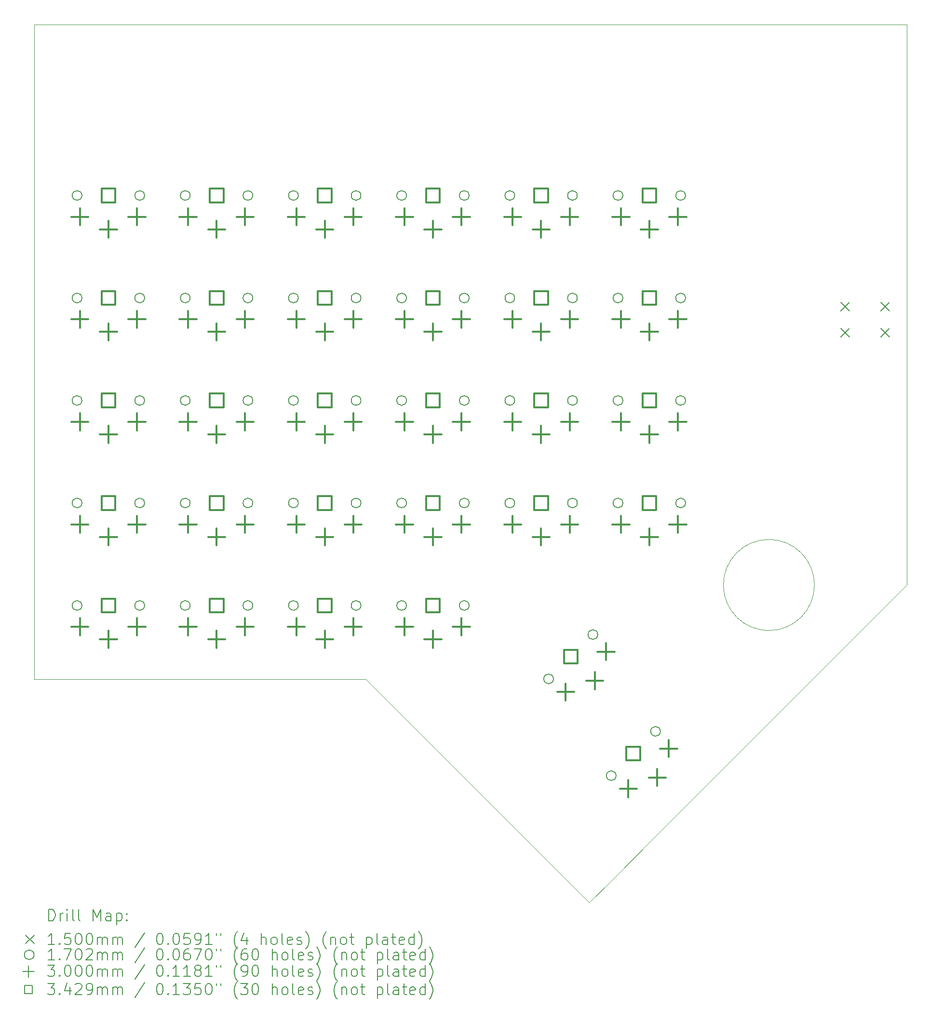
<source format=gbr>
%FSLAX45Y45*%
G04 Gerber Fmt 4.5, Leading zero omitted, Abs format (unit mm)*
G04 Created by KiCad (PCBNEW (6.0.2)) date 2022-04-13 18:46:09*
%MOMM*%
%LPD*%
G01*
G04 APERTURE LIST*
%TA.AperFunction,Profile*%
%ADD10C,0.100000*%
%TD*%
%ADD11C,0.200000*%
%ADD12C,0.150000*%
%ADD13C,0.170180*%
%ADD14C,0.300000*%
%ADD15C,0.342900*%
G04 APERTURE END LIST*
D10*
X17920000Y-8300000D02*
X17920000Y-2500000D01*
X17920000Y-8300000D02*
X17920000Y-12340000D01*
X13520000Y-16740000D02*
X12720000Y-17540000D01*
X12340000Y-17920000D02*
X8420000Y-14000000D01*
X3160000Y-14000000D02*
X2600000Y-14000000D01*
X12720000Y-17540000D02*
X12340000Y-17920000D01*
X3160000Y-14000000D02*
X8420000Y-14000000D01*
X16300000Y-12340000D02*
G75*
G03*
X16300000Y-12340000I-800000J0D01*
G01*
X13520000Y-16740000D02*
X17920000Y-12340000D01*
X2600000Y-2500000D02*
X2600000Y-14000000D01*
X2600000Y-2500000D02*
X17920000Y-2500000D01*
D11*
D12*
X16765000Y-7375000D02*
X16915000Y-7525000D01*
X16915000Y-7375000D02*
X16765000Y-7525000D01*
X16765000Y-7835000D02*
X16915000Y-7985000D01*
X16915000Y-7835000D02*
X16765000Y-7985000D01*
X17465000Y-7375000D02*
X17615000Y-7525000D01*
X17615000Y-7375000D02*
X17465000Y-7525000D01*
X17465000Y-7835000D02*
X17615000Y-7985000D01*
X17615000Y-7835000D02*
X17465000Y-7985000D01*
D13*
X3435090Y-5500000D02*
G75*
G03*
X3435090Y-5500000I-85090J0D01*
G01*
X3435090Y-7300000D02*
G75*
G03*
X3435090Y-7300000I-85090J0D01*
G01*
X3435090Y-9100000D02*
G75*
G03*
X3435090Y-9100000I-85090J0D01*
G01*
X3435090Y-10900000D02*
G75*
G03*
X3435090Y-10900000I-85090J0D01*
G01*
X3435090Y-12700000D02*
G75*
G03*
X3435090Y-12700000I-85090J0D01*
G01*
X4535090Y-5500000D02*
G75*
G03*
X4535090Y-5500000I-85090J0D01*
G01*
X4535090Y-7300000D02*
G75*
G03*
X4535090Y-7300000I-85090J0D01*
G01*
X4535090Y-9100000D02*
G75*
G03*
X4535090Y-9100000I-85090J0D01*
G01*
X4535090Y-10900000D02*
G75*
G03*
X4535090Y-10900000I-85090J0D01*
G01*
X4535090Y-12700000D02*
G75*
G03*
X4535090Y-12700000I-85090J0D01*
G01*
X5335090Y-5500000D02*
G75*
G03*
X5335090Y-5500000I-85090J0D01*
G01*
X5335090Y-7300000D02*
G75*
G03*
X5335090Y-7300000I-85090J0D01*
G01*
X5335090Y-9100000D02*
G75*
G03*
X5335090Y-9100000I-85090J0D01*
G01*
X5335090Y-10900000D02*
G75*
G03*
X5335090Y-10900000I-85090J0D01*
G01*
X5335090Y-12700000D02*
G75*
G03*
X5335090Y-12700000I-85090J0D01*
G01*
X6435090Y-5500000D02*
G75*
G03*
X6435090Y-5500000I-85090J0D01*
G01*
X6435090Y-7300000D02*
G75*
G03*
X6435090Y-7300000I-85090J0D01*
G01*
X6435090Y-9100000D02*
G75*
G03*
X6435090Y-9100000I-85090J0D01*
G01*
X6435090Y-10900000D02*
G75*
G03*
X6435090Y-10900000I-85090J0D01*
G01*
X6435090Y-12700000D02*
G75*
G03*
X6435090Y-12700000I-85090J0D01*
G01*
X7235090Y-5500000D02*
G75*
G03*
X7235090Y-5500000I-85090J0D01*
G01*
X7235090Y-7300000D02*
G75*
G03*
X7235090Y-7300000I-85090J0D01*
G01*
X7235090Y-9100000D02*
G75*
G03*
X7235090Y-9100000I-85090J0D01*
G01*
X7235090Y-10900000D02*
G75*
G03*
X7235090Y-10900000I-85090J0D01*
G01*
X7235090Y-12700000D02*
G75*
G03*
X7235090Y-12700000I-85090J0D01*
G01*
X8335090Y-5500000D02*
G75*
G03*
X8335090Y-5500000I-85090J0D01*
G01*
X8335090Y-7300000D02*
G75*
G03*
X8335090Y-7300000I-85090J0D01*
G01*
X8335090Y-9100000D02*
G75*
G03*
X8335090Y-9100000I-85090J0D01*
G01*
X8335090Y-10900000D02*
G75*
G03*
X8335090Y-10900000I-85090J0D01*
G01*
X8335090Y-12700000D02*
G75*
G03*
X8335090Y-12700000I-85090J0D01*
G01*
X9135090Y-5500000D02*
G75*
G03*
X9135090Y-5500000I-85090J0D01*
G01*
X9135090Y-7300000D02*
G75*
G03*
X9135090Y-7300000I-85090J0D01*
G01*
X9135090Y-9100000D02*
G75*
G03*
X9135090Y-9100000I-85090J0D01*
G01*
X9135090Y-10900000D02*
G75*
G03*
X9135090Y-10900000I-85090J0D01*
G01*
X9135090Y-12700000D02*
G75*
G03*
X9135090Y-12700000I-85090J0D01*
G01*
X10235090Y-5500000D02*
G75*
G03*
X10235090Y-5500000I-85090J0D01*
G01*
X10235090Y-7300000D02*
G75*
G03*
X10235090Y-7300000I-85090J0D01*
G01*
X10235090Y-9100000D02*
G75*
G03*
X10235090Y-9100000I-85090J0D01*
G01*
X10235090Y-10900000D02*
G75*
G03*
X10235090Y-10900000I-85090J0D01*
G01*
X10235090Y-12700000D02*
G75*
G03*
X10235090Y-12700000I-85090J0D01*
G01*
X11035090Y-5500000D02*
G75*
G03*
X11035090Y-5500000I-85090J0D01*
G01*
X11035090Y-7300000D02*
G75*
G03*
X11035090Y-7300000I-85090J0D01*
G01*
X11035090Y-9100000D02*
G75*
G03*
X11035090Y-9100000I-85090J0D01*
G01*
X11035090Y-10900000D02*
G75*
G03*
X11035090Y-10900000I-85090J0D01*
G01*
X11716181Y-13988909D02*
G75*
G03*
X11716181Y-13988909I-85090J0D01*
G01*
X12135090Y-5500000D02*
G75*
G03*
X12135090Y-5500000I-85090J0D01*
G01*
X12135090Y-7300000D02*
G75*
G03*
X12135090Y-7300000I-85090J0D01*
G01*
X12135090Y-9100000D02*
G75*
G03*
X12135090Y-9100000I-85090J0D01*
G01*
X12135090Y-10900000D02*
G75*
G03*
X12135090Y-10900000I-85090J0D01*
G01*
X12493999Y-13211091D02*
G75*
G03*
X12493999Y-13211091I-85090J0D01*
G01*
X12816181Y-15688909D02*
G75*
G03*
X12816181Y-15688909I-85090J0D01*
G01*
X12935090Y-5500000D02*
G75*
G03*
X12935090Y-5500000I-85090J0D01*
G01*
X12935090Y-7300000D02*
G75*
G03*
X12935090Y-7300000I-85090J0D01*
G01*
X12935090Y-9100000D02*
G75*
G03*
X12935090Y-9100000I-85090J0D01*
G01*
X12935090Y-10900000D02*
G75*
G03*
X12935090Y-10900000I-85090J0D01*
G01*
X13593999Y-14911091D02*
G75*
G03*
X13593999Y-14911091I-85090J0D01*
G01*
X14035090Y-5500000D02*
G75*
G03*
X14035090Y-5500000I-85090J0D01*
G01*
X14035090Y-7300000D02*
G75*
G03*
X14035090Y-7300000I-85090J0D01*
G01*
X14035090Y-9100000D02*
G75*
G03*
X14035090Y-9100000I-85090J0D01*
G01*
X14035090Y-10900000D02*
G75*
G03*
X14035090Y-10900000I-85090J0D01*
G01*
D14*
X3400000Y-5725000D02*
X3400000Y-6025000D01*
X3250000Y-5875000D02*
X3550000Y-5875000D01*
X3400000Y-7525000D02*
X3400000Y-7825000D01*
X3250000Y-7675000D02*
X3550000Y-7675000D01*
X3400000Y-9325000D02*
X3400000Y-9625000D01*
X3250000Y-9475000D02*
X3550000Y-9475000D01*
X3400000Y-11125000D02*
X3400000Y-11425000D01*
X3250000Y-11275000D02*
X3550000Y-11275000D01*
X3400000Y-12925000D02*
X3400000Y-13225000D01*
X3250000Y-13075000D02*
X3550000Y-13075000D01*
X3900000Y-5945000D02*
X3900000Y-6245000D01*
X3750000Y-6095000D02*
X4050000Y-6095000D01*
X3900000Y-7745000D02*
X3900000Y-8045000D01*
X3750000Y-7895000D02*
X4050000Y-7895000D01*
X3900000Y-9545000D02*
X3900000Y-9845000D01*
X3750000Y-9695000D02*
X4050000Y-9695000D01*
X3900000Y-11345000D02*
X3900000Y-11645000D01*
X3750000Y-11495000D02*
X4050000Y-11495000D01*
X3900000Y-13145000D02*
X3900000Y-13445000D01*
X3750000Y-13295000D02*
X4050000Y-13295000D01*
X4400000Y-5725000D02*
X4400000Y-6025000D01*
X4250000Y-5875000D02*
X4550000Y-5875000D01*
X4400000Y-7525000D02*
X4400000Y-7825000D01*
X4250000Y-7675000D02*
X4550000Y-7675000D01*
X4400000Y-9325000D02*
X4400000Y-9625000D01*
X4250000Y-9475000D02*
X4550000Y-9475000D01*
X4400000Y-11125000D02*
X4400000Y-11425000D01*
X4250000Y-11275000D02*
X4550000Y-11275000D01*
X4400000Y-12925000D02*
X4400000Y-13225000D01*
X4250000Y-13075000D02*
X4550000Y-13075000D01*
X5300000Y-5725000D02*
X5300000Y-6025000D01*
X5150000Y-5875000D02*
X5450000Y-5875000D01*
X5300000Y-7525000D02*
X5300000Y-7825000D01*
X5150000Y-7675000D02*
X5450000Y-7675000D01*
X5300000Y-9325000D02*
X5300000Y-9625000D01*
X5150000Y-9475000D02*
X5450000Y-9475000D01*
X5300000Y-11125000D02*
X5300000Y-11425000D01*
X5150000Y-11275000D02*
X5450000Y-11275000D01*
X5300000Y-12925000D02*
X5300000Y-13225000D01*
X5150000Y-13075000D02*
X5450000Y-13075000D01*
X5800000Y-5945000D02*
X5800000Y-6245000D01*
X5650000Y-6095000D02*
X5950000Y-6095000D01*
X5800000Y-7745000D02*
X5800000Y-8045000D01*
X5650000Y-7895000D02*
X5950000Y-7895000D01*
X5800000Y-9545000D02*
X5800000Y-9845000D01*
X5650000Y-9695000D02*
X5950000Y-9695000D01*
X5800000Y-11345000D02*
X5800000Y-11645000D01*
X5650000Y-11495000D02*
X5950000Y-11495000D01*
X5800000Y-13145000D02*
X5800000Y-13445000D01*
X5650000Y-13295000D02*
X5950000Y-13295000D01*
X6300000Y-5725000D02*
X6300000Y-6025000D01*
X6150000Y-5875000D02*
X6450000Y-5875000D01*
X6300000Y-7525000D02*
X6300000Y-7825000D01*
X6150000Y-7675000D02*
X6450000Y-7675000D01*
X6300000Y-9325000D02*
X6300000Y-9625000D01*
X6150000Y-9475000D02*
X6450000Y-9475000D01*
X6300000Y-11125000D02*
X6300000Y-11425000D01*
X6150000Y-11275000D02*
X6450000Y-11275000D01*
X6300000Y-12925000D02*
X6300000Y-13225000D01*
X6150000Y-13075000D02*
X6450000Y-13075000D01*
X7200000Y-5725000D02*
X7200000Y-6025000D01*
X7050000Y-5875000D02*
X7350000Y-5875000D01*
X7200000Y-7525000D02*
X7200000Y-7825000D01*
X7050000Y-7675000D02*
X7350000Y-7675000D01*
X7200000Y-9325000D02*
X7200000Y-9625000D01*
X7050000Y-9475000D02*
X7350000Y-9475000D01*
X7200000Y-11125000D02*
X7200000Y-11425000D01*
X7050000Y-11275000D02*
X7350000Y-11275000D01*
X7200000Y-12925000D02*
X7200000Y-13225000D01*
X7050000Y-13075000D02*
X7350000Y-13075000D01*
X7700000Y-5945000D02*
X7700000Y-6245000D01*
X7550000Y-6095000D02*
X7850000Y-6095000D01*
X7700000Y-7745000D02*
X7700000Y-8045000D01*
X7550000Y-7895000D02*
X7850000Y-7895000D01*
X7700000Y-9545000D02*
X7700000Y-9845000D01*
X7550000Y-9695000D02*
X7850000Y-9695000D01*
X7700000Y-11345000D02*
X7700000Y-11645000D01*
X7550000Y-11495000D02*
X7850000Y-11495000D01*
X7700000Y-13145000D02*
X7700000Y-13445000D01*
X7550000Y-13295000D02*
X7850000Y-13295000D01*
X8200000Y-5725000D02*
X8200000Y-6025000D01*
X8050000Y-5875000D02*
X8350000Y-5875000D01*
X8200000Y-7525000D02*
X8200000Y-7825000D01*
X8050000Y-7675000D02*
X8350000Y-7675000D01*
X8200000Y-9325000D02*
X8200000Y-9625000D01*
X8050000Y-9475000D02*
X8350000Y-9475000D01*
X8200000Y-11125000D02*
X8200000Y-11425000D01*
X8050000Y-11275000D02*
X8350000Y-11275000D01*
X8200000Y-12925000D02*
X8200000Y-13225000D01*
X8050000Y-13075000D02*
X8350000Y-13075000D01*
X9100000Y-5725000D02*
X9100000Y-6025000D01*
X8950000Y-5875000D02*
X9250000Y-5875000D01*
X9100000Y-7525000D02*
X9100000Y-7825000D01*
X8950000Y-7675000D02*
X9250000Y-7675000D01*
X9100000Y-9325000D02*
X9100000Y-9625000D01*
X8950000Y-9475000D02*
X9250000Y-9475000D01*
X9100000Y-11125000D02*
X9100000Y-11425000D01*
X8950000Y-11275000D02*
X9250000Y-11275000D01*
X9100000Y-12925000D02*
X9100000Y-13225000D01*
X8950000Y-13075000D02*
X9250000Y-13075000D01*
X9600000Y-5945000D02*
X9600000Y-6245000D01*
X9450000Y-6095000D02*
X9750000Y-6095000D01*
X9600000Y-7745000D02*
X9600000Y-8045000D01*
X9450000Y-7895000D02*
X9750000Y-7895000D01*
X9600000Y-9545000D02*
X9600000Y-9845000D01*
X9450000Y-9695000D02*
X9750000Y-9695000D01*
X9600000Y-11345000D02*
X9600000Y-11645000D01*
X9450000Y-11495000D02*
X9750000Y-11495000D01*
X9600000Y-13145000D02*
X9600000Y-13445000D01*
X9450000Y-13295000D02*
X9750000Y-13295000D01*
X10100000Y-5725000D02*
X10100000Y-6025000D01*
X9950000Y-5875000D02*
X10250000Y-5875000D01*
X10100000Y-7525000D02*
X10100000Y-7825000D01*
X9950000Y-7675000D02*
X10250000Y-7675000D01*
X10100000Y-9325000D02*
X10100000Y-9625000D01*
X9950000Y-9475000D02*
X10250000Y-9475000D01*
X10100000Y-11125000D02*
X10100000Y-11425000D01*
X9950000Y-11275000D02*
X10250000Y-11275000D01*
X10100000Y-12925000D02*
X10100000Y-13225000D01*
X9950000Y-13075000D02*
X10250000Y-13075000D01*
X11000000Y-5725000D02*
X11000000Y-6025000D01*
X10850000Y-5875000D02*
X11150000Y-5875000D01*
X11000000Y-7525000D02*
X11000000Y-7825000D01*
X10850000Y-7675000D02*
X11150000Y-7675000D01*
X11000000Y-9325000D02*
X11000000Y-9625000D01*
X10850000Y-9475000D02*
X11150000Y-9475000D01*
X11000000Y-11125000D02*
X11000000Y-11425000D01*
X10850000Y-11275000D02*
X11150000Y-11275000D01*
X11500000Y-5945000D02*
X11500000Y-6245000D01*
X11350000Y-6095000D02*
X11650000Y-6095000D01*
X11500000Y-7745000D02*
X11500000Y-8045000D01*
X11350000Y-7895000D02*
X11650000Y-7895000D01*
X11500000Y-9545000D02*
X11500000Y-9845000D01*
X11350000Y-9695000D02*
X11650000Y-9695000D01*
X11500000Y-11345000D02*
X11500000Y-11645000D01*
X11350000Y-11495000D02*
X11650000Y-11495000D01*
X11931612Y-14068718D02*
X11931612Y-14368718D01*
X11781612Y-14218718D02*
X12081612Y-14218718D01*
X12000000Y-5725000D02*
X12000000Y-6025000D01*
X11850000Y-5875000D02*
X12150000Y-5875000D01*
X12000000Y-7525000D02*
X12000000Y-7825000D01*
X11850000Y-7675000D02*
X12150000Y-7675000D01*
X12000000Y-9325000D02*
X12000000Y-9625000D01*
X11850000Y-9475000D02*
X12150000Y-9475000D01*
X12000000Y-11125000D02*
X12000000Y-11425000D01*
X11850000Y-11275000D02*
X12150000Y-11275000D01*
X12440728Y-13870728D02*
X12440728Y-14170728D01*
X12290728Y-14020728D02*
X12590728Y-14020728D01*
X12638718Y-13361612D02*
X12638718Y-13661612D01*
X12488718Y-13511612D02*
X12788718Y-13511612D01*
X12900000Y-5725000D02*
X12900000Y-6025000D01*
X12750000Y-5875000D02*
X13050000Y-5875000D01*
X12900000Y-7525000D02*
X12900000Y-7825000D01*
X12750000Y-7675000D02*
X13050000Y-7675000D01*
X12900000Y-9325000D02*
X12900000Y-9625000D01*
X12750000Y-9475000D02*
X13050000Y-9475000D01*
X12900000Y-11125000D02*
X12900000Y-11425000D01*
X12750000Y-11275000D02*
X13050000Y-11275000D01*
X13031612Y-15768718D02*
X13031612Y-16068718D01*
X12881612Y-15918718D02*
X13181612Y-15918718D01*
X13400000Y-5945000D02*
X13400000Y-6245000D01*
X13250000Y-6095000D02*
X13550000Y-6095000D01*
X13400000Y-7745000D02*
X13400000Y-8045000D01*
X13250000Y-7895000D02*
X13550000Y-7895000D01*
X13400000Y-9545000D02*
X13400000Y-9845000D01*
X13250000Y-9695000D02*
X13550000Y-9695000D01*
X13400000Y-11345000D02*
X13400000Y-11645000D01*
X13250000Y-11495000D02*
X13550000Y-11495000D01*
X13540728Y-15570728D02*
X13540728Y-15870728D01*
X13390728Y-15720728D02*
X13690728Y-15720728D01*
X13738718Y-15061612D02*
X13738718Y-15361612D01*
X13588718Y-15211612D02*
X13888718Y-15211612D01*
X13900000Y-5725000D02*
X13900000Y-6025000D01*
X13750000Y-5875000D02*
X14050000Y-5875000D01*
X13900000Y-7525000D02*
X13900000Y-7825000D01*
X13750000Y-7675000D02*
X14050000Y-7675000D01*
X13900000Y-9325000D02*
X13900000Y-9625000D01*
X13750000Y-9475000D02*
X14050000Y-9475000D01*
X13900000Y-11125000D02*
X13900000Y-11425000D01*
X13750000Y-11275000D02*
X14050000Y-11275000D01*
D15*
X4021235Y-5621235D02*
X4021235Y-5378765D01*
X3778765Y-5378765D01*
X3778765Y-5621235D01*
X4021235Y-5621235D01*
X4021235Y-7421235D02*
X4021235Y-7178765D01*
X3778765Y-7178765D01*
X3778765Y-7421235D01*
X4021235Y-7421235D01*
X4021235Y-9221235D02*
X4021235Y-8978765D01*
X3778765Y-8978765D01*
X3778765Y-9221235D01*
X4021235Y-9221235D01*
X4021235Y-11021235D02*
X4021235Y-10778765D01*
X3778765Y-10778765D01*
X3778765Y-11021235D01*
X4021235Y-11021235D01*
X4021235Y-12821235D02*
X4021235Y-12578765D01*
X3778765Y-12578765D01*
X3778765Y-12821235D01*
X4021235Y-12821235D01*
X5921235Y-5621235D02*
X5921235Y-5378765D01*
X5678765Y-5378765D01*
X5678765Y-5621235D01*
X5921235Y-5621235D01*
X5921235Y-7421235D02*
X5921235Y-7178765D01*
X5678765Y-7178765D01*
X5678765Y-7421235D01*
X5921235Y-7421235D01*
X5921235Y-9221235D02*
X5921235Y-8978765D01*
X5678765Y-8978765D01*
X5678765Y-9221235D01*
X5921235Y-9221235D01*
X5921235Y-11021235D02*
X5921235Y-10778765D01*
X5678765Y-10778765D01*
X5678765Y-11021235D01*
X5921235Y-11021235D01*
X5921235Y-12821235D02*
X5921235Y-12578765D01*
X5678765Y-12578765D01*
X5678765Y-12821235D01*
X5921235Y-12821235D01*
X7821235Y-5621235D02*
X7821235Y-5378765D01*
X7578765Y-5378765D01*
X7578765Y-5621235D01*
X7821235Y-5621235D01*
X7821235Y-7421235D02*
X7821235Y-7178765D01*
X7578765Y-7178765D01*
X7578765Y-7421235D01*
X7821235Y-7421235D01*
X7821235Y-9221235D02*
X7821235Y-8978765D01*
X7578765Y-8978765D01*
X7578765Y-9221235D01*
X7821235Y-9221235D01*
X7821235Y-11021235D02*
X7821235Y-10778765D01*
X7578765Y-10778765D01*
X7578765Y-11021235D01*
X7821235Y-11021235D01*
X7821235Y-12821235D02*
X7821235Y-12578765D01*
X7578765Y-12578765D01*
X7578765Y-12821235D01*
X7821235Y-12821235D01*
X9721235Y-5621235D02*
X9721235Y-5378765D01*
X9478765Y-5378765D01*
X9478765Y-5621235D01*
X9721235Y-5621235D01*
X9721235Y-7421235D02*
X9721235Y-7178765D01*
X9478765Y-7178765D01*
X9478765Y-7421235D01*
X9721235Y-7421235D01*
X9721235Y-9221235D02*
X9721235Y-8978765D01*
X9478765Y-8978765D01*
X9478765Y-9221235D01*
X9721235Y-9221235D01*
X9721235Y-11021235D02*
X9721235Y-10778765D01*
X9478765Y-10778765D01*
X9478765Y-11021235D01*
X9721235Y-11021235D01*
X9721235Y-12821235D02*
X9721235Y-12578765D01*
X9478765Y-12578765D01*
X9478765Y-12821235D01*
X9721235Y-12821235D01*
X11621235Y-5621235D02*
X11621235Y-5378765D01*
X11378765Y-5378765D01*
X11378765Y-5621235D01*
X11621235Y-5621235D01*
X11621235Y-7421235D02*
X11621235Y-7178765D01*
X11378765Y-7178765D01*
X11378765Y-7421235D01*
X11621235Y-7421235D01*
X11621235Y-9221235D02*
X11621235Y-8978765D01*
X11378765Y-8978765D01*
X11378765Y-9221235D01*
X11621235Y-9221235D01*
X11621235Y-11021235D02*
X11621235Y-10778765D01*
X11378765Y-10778765D01*
X11378765Y-11021235D01*
X11621235Y-11021235D01*
X12141235Y-13721235D02*
X12141235Y-13478765D01*
X11898765Y-13478765D01*
X11898765Y-13721235D01*
X12141235Y-13721235D01*
X13241235Y-15421235D02*
X13241235Y-15178765D01*
X12998765Y-15178765D01*
X12998765Y-15421235D01*
X13241235Y-15421235D01*
X13521235Y-5621235D02*
X13521235Y-5378765D01*
X13278765Y-5378765D01*
X13278765Y-5621235D01*
X13521235Y-5621235D01*
X13521235Y-7421235D02*
X13521235Y-7178765D01*
X13278765Y-7178765D01*
X13278765Y-7421235D01*
X13521235Y-7421235D01*
X13521235Y-9221235D02*
X13521235Y-8978765D01*
X13278765Y-8978765D01*
X13278765Y-9221235D01*
X13521235Y-9221235D01*
X13521235Y-11021235D02*
X13521235Y-10778765D01*
X13278765Y-10778765D01*
X13278765Y-11021235D01*
X13521235Y-11021235D01*
D11*
X2852619Y-18235476D02*
X2852619Y-18035476D01*
X2900238Y-18035476D01*
X2928809Y-18045000D01*
X2947857Y-18064048D01*
X2957381Y-18083095D01*
X2966905Y-18121190D01*
X2966905Y-18149762D01*
X2957381Y-18187857D01*
X2947857Y-18206905D01*
X2928809Y-18225952D01*
X2900238Y-18235476D01*
X2852619Y-18235476D01*
X3052619Y-18235476D02*
X3052619Y-18102143D01*
X3052619Y-18140238D02*
X3062143Y-18121190D01*
X3071667Y-18111667D01*
X3090714Y-18102143D01*
X3109762Y-18102143D01*
X3176428Y-18235476D02*
X3176428Y-18102143D01*
X3176428Y-18035476D02*
X3166905Y-18045000D01*
X3176428Y-18054524D01*
X3185952Y-18045000D01*
X3176428Y-18035476D01*
X3176428Y-18054524D01*
X3300238Y-18235476D02*
X3281190Y-18225952D01*
X3271667Y-18206905D01*
X3271667Y-18035476D01*
X3405000Y-18235476D02*
X3385952Y-18225952D01*
X3376428Y-18206905D01*
X3376428Y-18035476D01*
X3633571Y-18235476D02*
X3633571Y-18035476D01*
X3700238Y-18178333D01*
X3766905Y-18035476D01*
X3766905Y-18235476D01*
X3947857Y-18235476D02*
X3947857Y-18130714D01*
X3938333Y-18111667D01*
X3919286Y-18102143D01*
X3881190Y-18102143D01*
X3862143Y-18111667D01*
X3947857Y-18225952D02*
X3928809Y-18235476D01*
X3881190Y-18235476D01*
X3862143Y-18225952D01*
X3852619Y-18206905D01*
X3852619Y-18187857D01*
X3862143Y-18168810D01*
X3881190Y-18159286D01*
X3928809Y-18159286D01*
X3947857Y-18149762D01*
X4043095Y-18102143D02*
X4043095Y-18302143D01*
X4043095Y-18111667D02*
X4062143Y-18102143D01*
X4100238Y-18102143D01*
X4119286Y-18111667D01*
X4128809Y-18121190D01*
X4138333Y-18140238D01*
X4138333Y-18197381D01*
X4128809Y-18216429D01*
X4119286Y-18225952D01*
X4100238Y-18235476D01*
X4062143Y-18235476D01*
X4043095Y-18225952D01*
X4224048Y-18216429D02*
X4233571Y-18225952D01*
X4224048Y-18235476D01*
X4214524Y-18225952D01*
X4224048Y-18216429D01*
X4224048Y-18235476D01*
X4224048Y-18111667D02*
X4233571Y-18121190D01*
X4224048Y-18130714D01*
X4214524Y-18121190D01*
X4224048Y-18111667D01*
X4224048Y-18130714D01*
D12*
X2445000Y-18490000D02*
X2595000Y-18640000D01*
X2595000Y-18490000D02*
X2445000Y-18640000D01*
D11*
X2957381Y-18655476D02*
X2843095Y-18655476D01*
X2900238Y-18655476D02*
X2900238Y-18455476D01*
X2881190Y-18484048D01*
X2862143Y-18503095D01*
X2843095Y-18512619D01*
X3043095Y-18636429D02*
X3052619Y-18645952D01*
X3043095Y-18655476D01*
X3033571Y-18645952D01*
X3043095Y-18636429D01*
X3043095Y-18655476D01*
X3233571Y-18455476D02*
X3138333Y-18455476D01*
X3128809Y-18550714D01*
X3138333Y-18541190D01*
X3157381Y-18531667D01*
X3205000Y-18531667D01*
X3224048Y-18541190D01*
X3233571Y-18550714D01*
X3243095Y-18569762D01*
X3243095Y-18617381D01*
X3233571Y-18636429D01*
X3224048Y-18645952D01*
X3205000Y-18655476D01*
X3157381Y-18655476D01*
X3138333Y-18645952D01*
X3128809Y-18636429D01*
X3366905Y-18455476D02*
X3385952Y-18455476D01*
X3405000Y-18465000D01*
X3414524Y-18474524D01*
X3424048Y-18493571D01*
X3433571Y-18531667D01*
X3433571Y-18579286D01*
X3424048Y-18617381D01*
X3414524Y-18636429D01*
X3405000Y-18645952D01*
X3385952Y-18655476D01*
X3366905Y-18655476D01*
X3347857Y-18645952D01*
X3338333Y-18636429D01*
X3328809Y-18617381D01*
X3319286Y-18579286D01*
X3319286Y-18531667D01*
X3328809Y-18493571D01*
X3338333Y-18474524D01*
X3347857Y-18465000D01*
X3366905Y-18455476D01*
X3557381Y-18455476D02*
X3576428Y-18455476D01*
X3595476Y-18465000D01*
X3605000Y-18474524D01*
X3614524Y-18493571D01*
X3624048Y-18531667D01*
X3624048Y-18579286D01*
X3614524Y-18617381D01*
X3605000Y-18636429D01*
X3595476Y-18645952D01*
X3576428Y-18655476D01*
X3557381Y-18655476D01*
X3538333Y-18645952D01*
X3528809Y-18636429D01*
X3519286Y-18617381D01*
X3509762Y-18579286D01*
X3509762Y-18531667D01*
X3519286Y-18493571D01*
X3528809Y-18474524D01*
X3538333Y-18465000D01*
X3557381Y-18455476D01*
X3709762Y-18655476D02*
X3709762Y-18522143D01*
X3709762Y-18541190D02*
X3719286Y-18531667D01*
X3738333Y-18522143D01*
X3766905Y-18522143D01*
X3785952Y-18531667D01*
X3795476Y-18550714D01*
X3795476Y-18655476D01*
X3795476Y-18550714D02*
X3805000Y-18531667D01*
X3824048Y-18522143D01*
X3852619Y-18522143D01*
X3871667Y-18531667D01*
X3881190Y-18550714D01*
X3881190Y-18655476D01*
X3976428Y-18655476D02*
X3976428Y-18522143D01*
X3976428Y-18541190D02*
X3985952Y-18531667D01*
X4005000Y-18522143D01*
X4033571Y-18522143D01*
X4052619Y-18531667D01*
X4062143Y-18550714D01*
X4062143Y-18655476D01*
X4062143Y-18550714D02*
X4071667Y-18531667D01*
X4090714Y-18522143D01*
X4119286Y-18522143D01*
X4138333Y-18531667D01*
X4147857Y-18550714D01*
X4147857Y-18655476D01*
X4538333Y-18445952D02*
X4366905Y-18703095D01*
X4795476Y-18455476D02*
X4814524Y-18455476D01*
X4833571Y-18465000D01*
X4843095Y-18474524D01*
X4852619Y-18493571D01*
X4862143Y-18531667D01*
X4862143Y-18579286D01*
X4852619Y-18617381D01*
X4843095Y-18636429D01*
X4833571Y-18645952D01*
X4814524Y-18655476D01*
X4795476Y-18655476D01*
X4776429Y-18645952D01*
X4766905Y-18636429D01*
X4757381Y-18617381D01*
X4747857Y-18579286D01*
X4747857Y-18531667D01*
X4757381Y-18493571D01*
X4766905Y-18474524D01*
X4776429Y-18465000D01*
X4795476Y-18455476D01*
X4947857Y-18636429D02*
X4957381Y-18645952D01*
X4947857Y-18655476D01*
X4938333Y-18645952D01*
X4947857Y-18636429D01*
X4947857Y-18655476D01*
X5081190Y-18455476D02*
X5100238Y-18455476D01*
X5119286Y-18465000D01*
X5128810Y-18474524D01*
X5138333Y-18493571D01*
X5147857Y-18531667D01*
X5147857Y-18579286D01*
X5138333Y-18617381D01*
X5128810Y-18636429D01*
X5119286Y-18645952D01*
X5100238Y-18655476D01*
X5081190Y-18655476D01*
X5062143Y-18645952D01*
X5052619Y-18636429D01*
X5043095Y-18617381D01*
X5033571Y-18579286D01*
X5033571Y-18531667D01*
X5043095Y-18493571D01*
X5052619Y-18474524D01*
X5062143Y-18465000D01*
X5081190Y-18455476D01*
X5328810Y-18455476D02*
X5233571Y-18455476D01*
X5224048Y-18550714D01*
X5233571Y-18541190D01*
X5252619Y-18531667D01*
X5300238Y-18531667D01*
X5319286Y-18541190D01*
X5328810Y-18550714D01*
X5338333Y-18569762D01*
X5338333Y-18617381D01*
X5328810Y-18636429D01*
X5319286Y-18645952D01*
X5300238Y-18655476D01*
X5252619Y-18655476D01*
X5233571Y-18645952D01*
X5224048Y-18636429D01*
X5433571Y-18655476D02*
X5471667Y-18655476D01*
X5490714Y-18645952D01*
X5500238Y-18636429D01*
X5519286Y-18607857D01*
X5528810Y-18569762D01*
X5528810Y-18493571D01*
X5519286Y-18474524D01*
X5509762Y-18465000D01*
X5490714Y-18455476D01*
X5452619Y-18455476D01*
X5433571Y-18465000D01*
X5424048Y-18474524D01*
X5414524Y-18493571D01*
X5414524Y-18541190D01*
X5424048Y-18560238D01*
X5433571Y-18569762D01*
X5452619Y-18579286D01*
X5490714Y-18579286D01*
X5509762Y-18569762D01*
X5519286Y-18560238D01*
X5528810Y-18541190D01*
X5719286Y-18655476D02*
X5605000Y-18655476D01*
X5662143Y-18655476D02*
X5662143Y-18455476D01*
X5643095Y-18484048D01*
X5624048Y-18503095D01*
X5605000Y-18512619D01*
X5795476Y-18455476D02*
X5795476Y-18493571D01*
X5871667Y-18455476D02*
X5871667Y-18493571D01*
X6166905Y-18731667D02*
X6157381Y-18722143D01*
X6138333Y-18693571D01*
X6128809Y-18674524D01*
X6119286Y-18645952D01*
X6109762Y-18598333D01*
X6109762Y-18560238D01*
X6119286Y-18512619D01*
X6128809Y-18484048D01*
X6138333Y-18465000D01*
X6157381Y-18436429D01*
X6166905Y-18426905D01*
X6328809Y-18522143D02*
X6328809Y-18655476D01*
X6281190Y-18445952D02*
X6233571Y-18588810D01*
X6357381Y-18588810D01*
X6585952Y-18655476D02*
X6585952Y-18455476D01*
X6671667Y-18655476D02*
X6671667Y-18550714D01*
X6662143Y-18531667D01*
X6643095Y-18522143D01*
X6614524Y-18522143D01*
X6595476Y-18531667D01*
X6585952Y-18541190D01*
X6795476Y-18655476D02*
X6776428Y-18645952D01*
X6766905Y-18636429D01*
X6757381Y-18617381D01*
X6757381Y-18560238D01*
X6766905Y-18541190D01*
X6776428Y-18531667D01*
X6795476Y-18522143D01*
X6824048Y-18522143D01*
X6843095Y-18531667D01*
X6852619Y-18541190D01*
X6862143Y-18560238D01*
X6862143Y-18617381D01*
X6852619Y-18636429D01*
X6843095Y-18645952D01*
X6824048Y-18655476D01*
X6795476Y-18655476D01*
X6976428Y-18655476D02*
X6957381Y-18645952D01*
X6947857Y-18626905D01*
X6947857Y-18455476D01*
X7128809Y-18645952D02*
X7109762Y-18655476D01*
X7071667Y-18655476D01*
X7052619Y-18645952D01*
X7043095Y-18626905D01*
X7043095Y-18550714D01*
X7052619Y-18531667D01*
X7071667Y-18522143D01*
X7109762Y-18522143D01*
X7128809Y-18531667D01*
X7138333Y-18550714D01*
X7138333Y-18569762D01*
X7043095Y-18588810D01*
X7214524Y-18645952D02*
X7233571Y-18655476D01*
X7271667Y-18655476D01*
X7290714Y-18645952D01*
X7300238Y-18626905D01*
X7300238Y-18617381D01*
X7290714Y-18598333D01*
X7271667Y-18588810D01*
X7243095Y-18588810D01*
X7224048Y-18579286D01*
X7214524Y-18560238D01*
X7214524Y-18550714D01*
X7224048Y-18531667D01*
X7243095Y-18522143D01*
X7271667Y-18522143D01*
X7290714Y-18531667D01*
X7366905Y-18731667D02*
X7376428Y-18722143D01*
X7395476Y-18693571D01*
X7405000Y-18674524D01*
X7414524Y-18645952D01*
X7424048Y-18598333D01*
X7424048Y-18560238D01*
X7414524Y-18512619D01*
X7405000Y-18484048D01*
X7395476Y-18465000D01*
X7376428Y-18436429D01*
X7366905Y-18426905D01*
X7728809Y-18731667D02*
X7719286Y-18722143D01*
X7700238Y-18693571D01*
X7690714Y-18674524D01*
X7681190Y-18645952D01*
X7671667Y-18598333D01*
X7671667Y-18560238D01*
X7681190Y-18512619D01*
X7690714Y-18484048D01*
X7700238Y-18465000D01*
X7719286Y-18436429D01*
X7728809Y-18426905D01*
X7805000Y-18522143D02*
X7805000Y-18655476D01*
X7805000Y-18541190D02*
X7814524Y-18531667D01*
X7833571Y-18522143D01*
X7862143Y-18522143D01*
X7881190Y-18531667D01*
X7890714Y-18550714D01*
X7890714Y-18655476D01*
X8014524Y-18655476D02*
X7995476Y-18645952D01*
X7985952Y-18636429D01*
X7976428Y-18617381D01*
X7976428Y-18560238D01*
X7985952Y-18541190D01*
X7995476Y-18531667D01*
X8014524Y-18522143D01*
X8043095Y-18522143D01*
X8062143Y-18531667D01*
X8071667Y-18541190D01*
X8081190Y-18560238D01*
X8081190Y-18617381D01*
X8071667Y-18636429D01*
X8062143Y-18645952D01*
X8043095Y-18655476D01*
X8014524Y-18655476D01*
X8138333Y-18522143D02*
X8214524Y-18522143D01*
X8166905Y-18455476D02*
X8166905Y-18626905D01*
X8176428Y-18645952D01*
X8195476Y-18655476D01*
X8214524Y-18655476D01*
X8433571Y-18522143D02*
X8433571Y-18722143D01*
X8433571Y-18531667D02*
X8452619Y-18522143D01*
X8490714Y-18522143D01*
X8509762Y-18531667D01*
X8519286Y-18541190D01*
X8528810Y-18560238D01*
X8528810Y-18617381D01*
X8519286Y-18636429D01*
X8509762Y-18645952D01*
X8490714Y-18655476D01*
X8452619Y-18655476D01*
X8433571Y-18645952D01*
X8643095Y-18655476D02*
X8624048Y-18645952D01*
X8614524Y-18626905D01*
X8614524Y-18455476D01*
X8805000Y-18655476D02*
X8805000Y-18550714D01*
X8795476Y-18531667D01*
X8776429Y-18522143D01*
X8738333Y-18522143D01*
X8719286Y-18531667D01*
X8805000Y-18645952D02*
X8785952Y-18655476D01*
X8738333Y-18655476D01*
X8719286Y-18645952D01*
X8709762Y-18626905D01*
X8709762Y-18607857D01*
X8719286Y-18588810D01*
X8738333Y-18579286D01*
X8785952Y-18579286D01*
X8805000Y-18569762D01*
X8871667Y-18522143D02*
X8947857Y-18522143D01*
X8900238Y-18455476D02*
X8900238Y-18626905D01*
X8909762Y-18645952D01*
X8928810Y-18655476D01*
X8947857Y-18655476D01*
X9090714Y-18645952D02*
X9071667Y-18655476D01*
X9033571Y-18655476D01*
X9014524Y-18645952D01*
X9005000Y-18626905D01*
X9005000Y-18550714D01*
X9014524Y-18531667D01*
X9033571Y-18522143D01*
X9071667Y-18522143D01*
X9090714Y-18531667D01*
X9100238Y-18550714D01*
X9100238Y-18569762D01*
X9005000Y-18588810D01*
X9271667Y-18655476D02*
X9271667Y-18455476D01*
X9271667Y-18645952D02*
X9252619Y-18655476D01*
X9214524Y-18655476D01*
X9195476Y-18645952D01*
X9185952Y-18636429D01*
X9176429Y-18617381D01*
X9176429Y-18560238D01*
X9185952Y-18541190D01*
X9195476Y-18531667D01*
X9214524Y-18522143D01*
X9252619Y-18522143D01*
X9271667Y-18531667D01*
X9347857Y-18731667D02*
X9357381Y-18722143D01*
X9376429Y-18693571D01*
X9385952Y-18674524D01*
X9395476Y-18645952D01*
X9405000Y-18598333D01*
X9405000Y-18560238D01*
X9395476Y-18512619D01*
X9385952Y-18484048D01*
X9376429Y-18465000D01*
X9357381Y-18436429D01*
X9347857Y-18426905D01*
D13*
X2595000Y-18835000D02*
G75*
G03*
X2595000Y-18835000I-85090J0D01*
G01*
D11*
X2957381Y-18925476D02*
X2843095Y-18925476D01*
X2900238Y-18925476D02*
X2900238Y-18725476D01*
X2881190Y-18754048D01*
X2862143Y-18773095D01*
X2843095Y-18782619D01*
X3043095Y-18906429D02*
X3052619Y-18915952D01*
X3043095Y-18925476D01*
X3033571Y-18915952D01*
X3043095Y-18906429D01*
X3043095Y-18925476D01*
X3119286Y-18725476D02*
X3252619Y-18725476D01*
X3166905Y-18925476D01*
X3366905Y-18725476D02*
X3385952Y-18725476D01*
X3405000Y-18735000D01*
X3414524Y-18744524D01*
X3424048Y-18763571D01*
X3433571Y-18801667D01*
X3433571Y-18849286D01*
X3424048Y-18887381D01*
X3414524Y-18906429D01*
X3405000Y-18915952D01*
X3385952Y-18925476D01*
X3366905Y-18925476D01*
X3347857Y-18915952D01*
X3338333Y-18906429D01*
X3328809Y-18887381D01*
X3319286Y-18849286D01*
X3319286Y-18801667D01*
X3328809Y-18763571D01*
X3338333Y-18744524D01*
X3347857Y-18735000D01*
X3366905Y-18725476D01*
X3509762Y-18744524D02*
X3519286Y-18735000D01*
X3538333Y-18725476D01*
X3585952Y-18725476D01*
X3605000Y-18735000D01*
X3614524Y-18744524D01*
X3624048Y-18763571D01*
X3624048Y-18782619D01*
X3614524Y-18811190D01*
X3500238Y-18925476D01*
X3624048Y-18925476D01*
X3709762Y-18925476D02*
X3709762Y-18792143D01*
X3709762Y-18811190D02*
X3719286Y-18801667D01*
X3738333Y-18792143D01*
X3766905Y-18792143D01*
X3785952Y-18801667D01*
X3795476Y-18820714D01*
X3795476Y-18925476D01*
X3795476Y-18820714D02*
X3805000Y-18801667D01*
X3824048Y-18792143D01*
X3852619Y-18792143D01*
X3871667Y-18801667D01*
X3881190Y-18820714D01*
X3881190Y-18925476D01*
X3976428Y-18925476D02*
X3976428Y-18792143D01*
X3976428Y-18811190D02*
X3985952Y-18801667D01*
X4005000Y-18792143D01*
X4033571Y-18792143D01*
X4052619Y-18801667D01*
X4062143Y-18820714D01*
X4062143Y-18925476D01*
X4062143Y-18820714D02*
X4071667Y-18801667D01*
X4090714Y-18792143D01*
X4119286Y-18792143D01*
X4138333Y-18801667D01*
X4147857Y-18820714D01*
X4147857Y-18925476D01*
X4538333Y-18715952D02*
X4366905Y-18973095D01*
X4795476Y-18725476D02*
X4814524Y-18725476D01*
X4833571Y-18735000D01*
X4843095Y-18744524D01*
X4852619Y-18763571D01*
X4862143Y-18801667D01*
X4862143Y-18849286D01*
X4852619Y-18887381D01*
X4843095Y-18906429D01*
X4833571Y-18915952D01*
X4814524Y-18925476D01*
X4795476Y-18925476D01*
X4776429Y-18915952D01*
X4766905Y-18906429D01*
X4757381Y-18887381D01*
X4747857Y-18849286D01*
X4747857Y-18801667D01*
X4757381Y-18763571D01*
X4766905Y-18744524D01*
X4776429Y-18735000D01*
X4795476Y-18725476D01*
X4947857Y-18906429D02*
X4957381Y-18915952D01*
X4947857Y-18925476D01*
X4938333Y-18915952D01*
X4947857Y-18906429D01*
X4947857Y-18925476D01*
X5081190Y-18725476D02*
X5100238Y-18725476D01*
X5119286Y-18735000D01*
X5128810Y-18744524D01*
X5138333Y-18763571D01*
X5147857Y-18801667D01*
X5147857Y-18849286D01*
X5138333Y-18887381D01*
X5128810Y-18906429D01*
X5119286Y-18915952D01*
X5100238Y-18925476D01*
X5081190Y-18925476D01*
X5062143Y-18915952D01*
X5052619Y-18906429D01*
X5043095Y-18887381D01*
X5033571Y-18849286D01*
X5033571Y-18801667D01*
X5043095Y-18763571D01*
X5052619Y-18744524D01*
X5062143Y-18735000D01*
X5081190Y-18725476D01*
X5319286Y-18725476D02*
X5281190Y-18725476D01*
X5262143Y-18735000D01*
X5252619Y-18744524D01*
X5233571Y-18773095D01*
X5224048Y-18811190D01*
X5224048Y-18887381D01*
X5233571Y-18906429D01*
X5243095Y-18915952D01*
X5262143Y-18925476D01*
X5300238Y-18925476D01*
X5319286Y-18915952D01*
X5328810Y-18906429D01*
X5338333Y-18887381D01*
X5338333Y-18839762D01*
X5328810Y-18820714D01*
X5319286Y-18811190D01*
X5300238Y-18801667D01*
X5262143Y-18801667D01*
X5243095Y-18811190D01*
X5233571Y-18820714D01*
X5224048Y-18839762D01*
X5405000Y-18725476D02*
X5538333Y-18725476D01*
X5452619Y-18925476D01*
X5652619Y-18725476D02*
X5671667Y-18725476D01*
X5690714Y-18735000D01*
X5700238Y-18744524D01*
X5709762Y-18763571D01*
X5719286Y-18801667D01*
X5719286Y-18849286D01*
X5709762Y-18887381D01*
X5700238Y-18906429D01*
X5690714Y-18915952D01*
X5671667Y-18925476D01*
X5652619Y-18925476D01*
X5633571Y-18915952D01*
X5624048Y-18906429D01*
X5614524Y-18887381D01*
X5605000Y-18849286D01*
X5605000Y-18801667D01*
X5614524Y-18763571D01*
X5624048Y-18744524D01*
X5633571Y-18735000D01*
X5652619Y-18725476D01*
X5795476Y-18725476D02*
X5795476Y-18763571D01*
X5871667Y-18725476D02*
X5871667Y-18763571D01*
X6166905Y-19001667D02*
X6157381Y-18992143D01*
X6138333Y-18963571D01*
X6128809Y-18944524D01*
X6119286Y-18915952D01*
X6109762Y-18868333D01*
X6109762Y-18830238D01*
X6119286Y-18782619D01*
X6128809Y-18754048D01*
X6138333Y-18735000D01*
X6157381Y-18706429D01*
X6166905Y-18696905D01*
X6328809Y-18725476D02*
X6290714Y-18725476D01*
X6271667Y-18735000D01*
X6262143Y-18744524D01*
X6243095Y-18773095D01*
X6233571Y-18811190D01*
X6233571Y-18887381D01*
X6243095Y-18906429D01*
X6252619Y-18915952D01*
X6271667Y-18925476D01*
X6309762Y-18925476D01*
X6328809Y-18915952D01*
X6338333Y-18906429D01*
X6347857Y-18887381D01*
X6347857Y-18839762D01*
X6338333Y-18820714D01*
X6328809Y-18811190D01*
X6309762Y-18801667D01*
X6271667Y-18801667D01*
X6252619Y-18811190D01*
X6243095Y-18820714D01*
X6233571Y-18839762D01*
X6471667Y-18725476D02*
X6490714Y-18725476D01*
X6509762Y-18735000D01*
X6519286Y-18744524D01*
X6528809Y-18763571D01*
X6538333Y-18801667D01*
X6538333Y-18849286D01*
X6528809Y-18887381D01*
X6519286Y-18906429D01*
X6509762Y-18915952D01*
X6490714Y-18925476D01*
X6471667Y-18925476D01*
X6452619Y-18915952D01*
X6443095Y-18906429D01*
X6433571Y-18887381D01*
X6424048Y-18849286D01*
X6424048Y-18801667D01*
X6433571Y-18763571D01*
X6443095Y-18744524D01*
X6452619Y-18735000D01*
X6471667Y-18725476D01*
X6776428Y-18925476D02*
X6776428Y-18725476D01*
X6862143Y-18925476D02*
X6862143Y-18820714D01*
X6852619Y-18801667D01*
X6833571Y-18792143D01*
X6805000Y-18792143D01*
X6785952Y-18801667D01*
X6776428Y-18811190D01*
X6985952Y-18925476D02*
X6966905Y-18915952D01*
X6957381Y-18906429D01*
X6947857Y-18887381D01*
X6947857Y-18830238D01*
X6957381Y-18811190D01*
X6966905Y-18801667D01*
X6985952Y-18792143D01*
X7014524Y-18792143D01*
X7033571Y-18801667D01*
X7043095Y-18811190D01*
X7052619Y-18830238D01*
X7052619Y-18887381D01*
X7043095Y-18906429D01*
X7033571Y-18915952D01*
X7014524Y-18925476D01*
X6985952Y-18925476D01*
X7166905Y-18925476D02*
X7147857Y-18915952D01*
X7138333Y-18896905D01*
X7138333Y-18725476D01*
X7319286Y-18915952D02*
X7300238Y-18925476D01*
X7262143Y-18925476D01*
X7243095Y-18915952D01*
X7233571Y-18896905D01*
X7233571Y-18820714D01*
X7243095Y-18801667D01*
X7262143Y-18792143D01*
X7300238Y-18792143D01*
X7319286Y-18801667D01*
X7328809Y-18820714D01*
X7328809Y-18839762D01*
X7233571Y-18858810D01*
X7405000Y-18915952D02*
X7424048Y-18925476D01*
X7462143Y-18925476D01*
X7481190Y-18915952D01*
X7490714Y-18896905D01*
X7490714Y-18887381D01*
X7481190Y-18868333D01*
X7462143Y-18858810D01*
X7433571Y-18858810D01*
X7414524Y-18849286D01*
X7405000Y-18830238D01*
X7405000Y-18820714D01*
X7414524Y-18801667D01*
X7433571Y-18792143D01*
X7462143Y-18792143D01*
X7481190Y-18801667D01*
X7557381Y-19001667D02*
X7566905Y-18992143D01*
X7585952Y-18963571D01*
X7595476Y-18944524D01*
X7605000Y-18915952D01*
X7614524Y-18868333D01*
X7614524Y-18830238D01*
X7605000Y-18782619D01*
X7595476Y-18754048D01*
X7585952Y-18735000D01*
X7566905Y-18706429D01*
X7557381Y-18696905D01*
X7919286Y-19001667D02*
X7909762Y-18992143D01*
X7890714Y-18963571D01*
X7881190Y-18944524D01*
X7871667Y-18915952D01*
X7862143Y-18868333D01*
X7862143Y-18830238D01*
X7871667Y-18782619D01*
X7881190Y-18754048D01*
X7890714Y-18735000D01*
X7909762Y-18706429D01*
X7919286Y-18696905D01*
X7995476Y-18792143D02*
X7995476Y-18925476D01*
X7995476Y-18811190D02*
X8005000Y-18801667D01*
X8024048Y-18792143D01*
X8052619Y-18792143D01*
X8071667Y-18801667D01*
X8081190Y-18820714D01*
X8081190Y-18925476D01*
X8205000Y-18925476D02*
X8185952Y-18915952D01*
X8176428Y-18906429D01*
X8166905Y-18887381D01*
X8166905Y-18830238D01*
X8176428Y-18811190D01*
X8185952Y-18801667D01*
X8205000Y-18792143D01*
X8233571Y-18792143D01*
X8252619Y-18801667D01*
X8262143Y-18811190D01*
X8271667Y-18830238D01*
X8271667Y-18887381D01*
X8262143Y-18906429D01*
X8252619Y-18915952D01*
X8233571Y-18925476D01*
X8205000Y-18925476D01*
X8328809Y-18792143D02*
X8405000Y-18792143D01*
X8357381Y-18725476D02*
X8357381Y-18896905D01*
X8366905Y-18915952D01*
X8385952Y-18925476D01*
X8405000Y-18925476D01*
X8624048Y-18792143D02*
X8624048Y-18992143D01*
X8624048Y-18801667D02*
X8643095Y-18792143D01*
X8681190Y-18792143D01*
X8700238Y-18801667D01*
X8709762Y-18811190D01*
X8719286Y-18830238D01*
X8719286Y-18887381D01*
X8709762Y-18906429D01*
X8700238Y-18915952D01*
X8681190Y-18925476D01*
X8643095Y-18925476D01*
X8624048Y-18915952D01*
X8833571Y-18925476D02*
X8814524Y-18915952D01*
X8805000Y-18896905D01*
X8805000Y-18725476D01*
X8995476Y-18925476D02*
X8995476Y-18820714D01*
X8985952Y-18801667D01*
X8966905Y-18792143D01*
X8928810Y-18792143D01*
X8909762Y-18801667D01*
X8995476Y-18915952D02*
X8976429Y-18925476D01*
X8928810Y-18925476D01*
X8909762Y-18915952D01*
X8900238Y-18896905D01*
X8900238Y-18877857D01*
X8909762Y-18858810D01*
X8928810Y-18849286D01*
X8976429Y-18849286D01*
X8995476Y-18839762D01*
X9062143Y-18792143D02*
X9138333Y-18792143D01*
X9090714Y-18725476D02*
X9090714Y-18896905D01*
X9100238Y-18915952D01*
X9119286Y-18925476D01*
X9138333Y-18925476D01*
X9281190Y-18915952D02*
X9262143Y-18925476D01*
X9224048Y-18925476D01*
X9205000Y-18915952D01*
X9195476Y-18896905D01*
X9195476Y-18820714D01*
X9205000Y-18801667D01*
X9224048Y-18792143D01*
X9262143Y-18792143D01*
X9281190Y-18801667D01*
X9290714Y-18820714D01*
X9290714Y-18839762D01*
X9195476Y-18858810D01*
X9462143Y-18925476D02*
X9462143Y-18725476D01*
X9462143Y-18915952D02*
X9443095Y-18925476D01*
X9405000Y-18925476D01*
X9385952Y-18915952D01*
X9376429Y-18906429D01*
X9366905Y-18887381D01*
X9366905Y-18830238D01*
X9376429Y-18811190D01*
X9385952Y-18801667D01*
X9405000Y-18792143D01*
X9443095Y-18792143D01*
X9462143Y-18801667D01*
X9538333Y-19001667D02*
X9547857Y-18992143D01*
X9566905Y-18963571D01*
X9576429Y-18944524D01*
X9585952Y-18915952D01*
X9595476Y-18868333D01*
X9595476Y-18830238D01*
X9585952Y-18782619D01*
X9576429Y-18754048D01*
X9566905Y-18735000D01*
X9547857Y-18706429D01*
X9538333Y-18696905D01*
X2495000Y-19025180D02*
X2495000Y-19225180D01*
X2395000Y-19125180D02*
X2595000Y-19125180D01*
X2833571Y-19015656D02*
X2957381Y-19015656D01*
X2890714Y-19091847D01*
X2919286Y-19091847D01*
X2938333Y-19101370D01*
X2947857Y-19110894D01*
X2957381Y-19129942D01*
X2957381Y-19177561D01*
X2947857Y-19196609D01*
X2938333Y-19206132D01*
X2919286Y-19215656D01*
X2862143Y-19215656D01*
X2843095Y-19206132D01*
X2833571Y-19196609D01*
X3043095Y-19196609D02*
X3052619Y-19206132D01*
X3043095Y-19215656D01*
X3033571Y-19206132D01*
X3043095Y-19196609D01*
X3043095Y-19215656D01*
X3176428Y-19015656D02*
X3195476Y-19015656D01*
X3214524Y-19025180D01*
X3224048Y-19034704D01*
X3233571Y-19053751D01*
X3243095Y-19091847D01*
X3243095Y-19139466D01*
X3233571Y-19177561D01*
X3224048Y-19196609D01*
X3214524Y-19206132D01*
X3195476Y-19215656D01*
X3176428Y-19215656D01*
X3157381Y-19206132D01*
X3147857Y-19196609D01*
X3138333Y-19177561D01*
X3128809Y-19139466D01*
X3128809Y-19091847D01*
X3138333Y-19053751D01*
X3147857Y-19034704D01*
X3157381Y-19025180D01*
X3176428Y-19015656D01*
X3366905Y-19015656D02*
X3385952Y-19015656D01*
X3405000Y-19025180D01*
X3414524Y-19034704D01*
X3424048Y-19053751D01*
X3433571Y-19091847D01*
X3433571Y-19139466D01*
X3424048Y-19177561D01*
X3414524Y-19196609D01*
X3405000Y-19206132D01*
X3385952Y-19215656D01*
X3366905Y-19215656D01*
X3347857Y-19206132D01*
X3338333Y-19196609D01*
X3328809Y-19177561D01*
X3319286Y-19139466D01*
X3319286Y-19091847D01*
X3328809Y-19053751D01*
X3338333Y-19034704D01*
X3347857Y-19025180D01*
X3366905Y-19015656D01*
X3557381Y-19015656D02*
X3576428Y-19015656D01*
X3595476Y-19025180D01*
X3605000Y-19034704D01*
X3614524Y-19053751D01*
X3624048Y-19091847D01*
X3624048Y-19139466D01*
X3614524Y-19177561D01*
X3605000Y-19196609D01*
X3595476Y-19206132D01*
X3576428Y-19215656D01*
X3557381Y-19215656D01*
X3538333Y-19206132D01*
X3528809Y-19196609D01*
X3519286Y-19177561D01*
X3509762Y-19139466D01*
X3509762Y-19091847D01*
X3519286Y-19053751D01*
X3528809Y-19034704D01*
X3538333Y-19025180D01*
X3557381Y-19015656D01*
X3709762Y-19215656D02*
X3709762Y-19082323D01*
X3709762Y-19101370D02*
X3719286Y-19091847D01*
X3738333Y-19082323D01*
X3766905Y-19082323D01*
X3785952Y-19091847D01*
X3795476Y-19110894D01*
X3795476Y-19215656D01*
X3795476Y-19110894D02*
X3805000Y-19091847D01*
X3824048Y-19082323D01*
X3852619Y-19082323D01*
X3871667Y-19091847D01*
X3881190Y-19110894D01*
X3881190Y-19215656D01*
X3976428Y-19215656D02*
X3976428Y-19082323D01*
X3976428Y-19101370D02*
X3985952Y-19091847D01*
X4005000Y-19082323D01*
X4033571Y-19082323D01*
X4052619Y-19091847D01*
X4062143Y-19110894D01*
X4062143Y-19215656D01*
X4062143Y-19110894D02*
X4071667Y-19091847D01*
X4090714Y-19082323D01*
X4119286Y-19082323D01*
X4138333Y-19091847D01*
X4147857Y-19110894D01*
X4147857Y-19215656D01*
X4538333Y-19006132D02*
X4366905Y-19263275D01*
X4795476Y-19015656D02*
X4814524Y-19015656D01*
X4833571Y-19025180D01*
X4843095Y-19034704D01*
X4852619Y-19053751D01*
X4862143Y-19091847D01*
X4862143Y-19139466D01*
X4852619Y-19177561D01*
X4843095Y-19196609D01*
X4833571Y-19206132D01*
X4814524Y-19215656D01*
X4795476Y-19215656D01*
X4776429Y-19206132D01*
X4766905Y-19196609D01*
X4757381Y-19177561D01*
X4747857Y-19139466D01*
X4747857Y-19091847D01*
X4757381Y-19053751D01*
X4766905Y-19034704D01*
X4776429Y-19025180D01*
X4795476Y-19015656D01*
X4947857Y-19196609D02*
X4957381Y-19206132D01*
X4947857Y-19215656D01*
X4938333Y-19206132D01*
X4947857Y-19196609D01*
X4947857Y-19215656D01*
X5147857Y-19215656D02*
X5033571Y-19215656D01*
X5090714Y-19215656D02*
X5090714Y-19015656D01*
X5071667Y-19044228D01*
X5052619Y-19063275D01*
X5033571Y-19072799D01*
X5338333Y-19215656D02*
X5224048Y-19215656D01*
X5281190Y-19215656D02*
X5281190Y-19015656D01*
X5262143Y-19044228D01*
X5243095Y-19063275D01*
X5224048Y-19072799D01*
X5452619Y-19101370D02*
X5433571Y-19091847D01*
X5424048Y-19082323D01*
X5414524Y-19063275D01*
X5414524Y-19053751D01*
X5424048Y-19034704D01*
X5433571Y-19025180D01*
X5452619Y-19015656D01*
X5490714Y-19015656D01*
X5509762Y-19025180D01*
X5519286Y-19034704D01*
X5528810Y-19053751D01*
X5528810Y-19063275D01*
X5519286Y-19082323D01*
X5509762Y-19091847D01*
X5490714Y-19101370D01*
X5452619Y-19101370D01*
X5433571Y-19110894D01*
X5424048Y-19120418D01*
X5414524Y-19139466D01*
X5414524Y-19177561D01*
X5424048Y-19196609D01*
X5433571Y-19206132D01*
X5452619Y-19215656D01*
X5490714Y-19215656D01*
X5509762Y-19206132D01*
X5519286Y-19196609D01*
X5528810Y-19177561D01*
X5528810Y-19139466D01*
X5519286Y-19120418D01*
X5509762Y-19110894D01*
X5490714Y-19101370D01*
X5719286Y-19215656D02*
X5605000Y-19215656D01*
X5662143Y-19215656D02*
X5662143Y-19015656D01*
X5643095Y-19044228D01*
X5624048Y-19063275D01*
X5605000Y-19072799D01*
X5795476Y-19015656D02*
X5795476Y-19053751D01*
X5871667Y-19015656D02*
X5871667Y-19053751D01*
X6166905Y-19291847D02*
X6157381Y-19282323D01*
X6138333Y-19253751D01*
X6128809Y-19234704D01*
X6119286Y-19206132D01*
X6109762Y-19158513D01*
X6109762Y-19120418D01*
X6119286Y-19072799D01*
X6128809Y-19044228D01*
X6138333Y-19025180D01*
X6157381Y-18996609D01*
X6166905Y-18987085D01*
X6252619Y-19215656D02*
X6290714Y-19215656D01*
X6309762Y-19206132D01*
X6319286Y-19196609D01*
X6338333Y-19168037D01*
X6347857Y-19129942D01*
X6347857Y-19053751D01*
X6338333Y-19034704D01*
X6328809Y-19025180D01*
X6309762Y-19015656D01*
X6271667Y-19015656D01*
X6252619Y-19025180D01*
X6243095Y-19034704D01*
X6233571Y-19053751D01*
X6233571Y-19101370D01*
X6243095Y-19120418D01*
X6252619Y-19129942D01*
X6271667Y-19139466D01*
X6309762Y-19139466D01*
X6328809Y-19129942D01*
X6338333Y-19120418D01*
X6347857Y-19101370D01*
X6471667Y-19015656D02*
X6490714Y-19015656D01*
X6509762Y-19025180D01*
X6519286Y-19034704D01*
X6528809Y-19053751D01*
X6538333Y-19091847D01*
X6538333Y-19139466D01*
X6528809Y-19177561D01*
X6519286Y-19196609D01*
X6509762Y-19206132D01*
X6490714Y-19215656D01*
X6471667Y-19215656D01*
X6452619Y-19206132D01*
X6443095Y-19196609D01*
X6433571Y-19177561D01*
X6424048Y-19139466D01*
X6424048Y-19091847D01*
X6433571Y-19053751D01*
X6443095Y-19034704D01*
X6452619Y-19025180D01*
X6471667Y-19015656D01*
X6776428Y-19215656D02*
X6776428Y-19015656D01*
X6862143Y-19215656D02*
X6862143Y-19110894D01*
X6852619Y-19091847D01*
X6833571Y-19082323D01*
X6805000Y-19082323D01*
X6785952Y-19091847D01*
X6776428Y-19101370D01*
X6985952Y-19215656D02*
X6966905Y-19206132D01*
X6957381Y-19196609D01*
X6947857Y-19177561D01*
X6947857Y-19120418D01*
X6957381Y-19101370D01*
X6966905Y-19091847D01*
X6985952Y-19082323D01*
X7014524Y-19082323D01*
X7033571Y-19091847D01*
X7043095Y-19101370D01*
X7052619Y-19120418D01*
X7052619Y-19177561D01*
X7043095Y-19196609D01*
X7033571Y-19206132D01*
X7014524Y-19215656D01*
X6985952Y-19215656D01*
X7166905Y-19215656D02*
X7147857Y-19206132D01*
X7138333Y-19187085D01*
X7138333Y-19015656D01*
X7319286Y-19206132D02*
X7300238Y-19215656D01*
X7262143Y-19215656D01*
X7243095Y-19206132D01*
X7233571Y-19187085D01*
X7233571Y-19110894D01*
X7243095Y-19091847D01*
X7262143Y-19082323D01*
X7300238Y-19082323D01*
X7319286Y-19091847D01*
X7328809Y-19110894D01*
X7328809Y-19129942D01*
X7233571Y-19148990D01*
X7405000Y-19206132D02*
X7424048Y-19215656D01*
X7462143Y-19215656D01*
X7481190Y-19206132D01*
X7490714Y-19187085D01*
X7490714Y-19177561D01*
X7481190Y-19158513D01*
X7462143Y-19148990D01*
X7433571Y-19148990D01*
X7414524Y-19139466D01*
X7405000Y-19120418D01*
X7405000Y-19110894D01*
X7414524Y-19091847D01*
X7433571Y-19082323D01*
X7462143Y-19082323D01*
X7481190Y-19091847D01*
X7557381Y-19291847D02*
X7566905Y-19282323D01*
X7585952Y-19253751D01*
X7595476Y-19234704D01*
X7605000Y-19206132D01*
X7614524Y-19158513D01*
X7614524Y-19120418D01*
X7605000Y-19072799D01*
X7595476Y-19044228D01*
X7585952Y-19025180D01*
X7566905Y-18996609D01*
X7557381Y-18987085D01*
X7919286Y-19291847D02*
X7909762Y-19282323D01*
X7890714Y-19253751D01*
X7881190Y-19234704D01*
X7871667Y-19206132D01*
X7862143Y-19158513D01*
X7862143Y-19120418D01*
X7871667Y-19072799D01*
X7881190Y-19044228D01*
X7890714Y-19025180D01*
X7909762Y-18996609D01*
X7919286Y-18987085D01*
X7995476Y-19082323D02*
X7995476Y-19215656D01*
X7995476Y-19101370D02*
X8005000Y-19091847D01*
X8024048Y-19082323D01*
X8052619Y-19082323D01*
X8071667Y-19091847D01*
X8081190Y-19110894D01*
X8081190Y-19215656D01*
X8205000Y-19215656D02*
X8185952Y-19206132D01*
X8176428Y-19196609D01*
X8166905Y-19177561D01*
X8166905Y-19120418D01*
X8176428Y-19101370D01*
X8185952Y-19091847D01*
X8205000Y-19082323D01*
X8233571Y-19082323D01*
X8252619Y-19091847D01*
X8262143Y-19101370D01*
X8271667Y-19120418D01*
X8271667Y-19177561D01*
X8262143Y-19196609D01*
X8252619Y-19206132D01*
X8233571Y-19215656D01*
X8205000Y-19215656D01*
X8328809Y-19082323D02*
X8405000Y-19082323D01*
X8357381Y-19015656D02*
X8357381Y-19187085D01*
X8366905Y-19206132D01*
X8385952Y-19215656D01*
X8405000Y-19215656D01*
X8624048Y-19082323D02*
X8624048Y-19282323D01*
X8624048Y-19091847D02*
X8643095Y-19082323D01*
X8681190Y-19082323D01*
X8700238Y-19091847D01*
X8709762Y-19101370D01*
X8719286Y-19120418D01*
X8719286Y-19177561D01*
X8709762Y-19196609D01*
X8700238Y-19206132D01*
X8681190Y-19215656D01*
X8643095Y-19215656D01*
X8624048Y-19206132D01*
X8833571Y-19215656D02*
X8814524Y-19206132D01*
X8805000Y-19187085D01*
X8805000Y-19015656D01*
X8995476Y-19215656D02*
X8995476Y-19110894D01*
X8985952Y-19091847D01*
X8966905Y-19082323D01*
X8928810Y-19082323D01*
X8909762Y-19091847D01*
X8995476Y-19206132D02*
X8976429Y-19215656D01*
X8928810Y-19215656D01*
X8909762Y-19206132D01*
X8900238Y-19187085D01*
X8900238Y-19168037D01*
X8909762Y-19148990D01*
X8928810Y-19139466D01*
X8976429Y-19139466D01*
X8995476Y-19129942D01*
X9062143Y-19082323D02*
X9138333Y-19082323D01*
X9090714Y-19015656D02*
X9090714Y-19187085D01*
X9100238Y-19206132D01*
X9119286Y-19215656D01*
X9138333Y-19215656D01*
X9281190Y-19206132D02*
X9262143Y-19215656D01*
X9224048Y-19215656D01*
X9205000Y-19206132D01*
X9195476Y-19187085D01*
X9195476Y-19110894D01*
X9205000Y-19091847D01*
X9224048Y-19082323D01*
X9262143Y-19082323D01*
X9281190Y-19091847D01*
X9290714Y-19110894D01*
X9290714Y-19129942D01*
X9195476Y-19148990D01*
X9462143Y-19215656D02*
X9462143Y-19015656D01*
X9462143Y-19206132D02*
X9443095Y-19215656D01*
X9405000Y-19215656D01*
X9385952Y-19206132D01*
X9376429Y-19196609D01*
X9366905Y-19177561D01*
X9366905Y-19120418D01*
X9376429Y-19101370D01*
X9385952Y-19091847D01*
X9405000Y-19082323D01*
X9443095Y-19082323D01*
X9462143Y-19091847D01*
X9538333Y-19291847D02*
X9547857Y-19282323D01*
X9566905Y-19253751D01*
X9576429Y-19234704D01*
X9585952Y-19206132D01*
X9595476Y-19158513D01*
X9595476Y-19120418D01*
X9585952Y-19072799D01*
X9576429Y-19044228D01*
X9566905Y-19025180D01*
X9547857Y-18996609D01*
X9538333Y-18987085D01*
X2565711Y-19515891D02*
X2565711Y-19374469D01*
X2424289Y-19374469D01*
X2424289Y-19515891D01*
X2565711Y-19515891D01*
X2833571Y-19335656D02*
X2957381Y-19335656D01*
X2890714Y-19411847D01*
X2919286Y-19411847D01*
X2938333Y-19421370D01*
X2947857Y-19430894D01*
X2957381Y-19449942D01*
X2957381Y-19497561D01*
X2947857Y-19516609D01*
X2938333Y-19526132D01*
X2919286Y-19535656D01*
X2862143Y-19535656D01*
X2843095Y-19526132D01*
X2833571Y-19516609D01*
X3043095Y-19516609D02*
X3052619Y-19526132D01*
X3043095Y-19535656D01*
X3033571Y-19526132D01*
X3043095Y-19516609D01*
X3043095Y-19535656D01*
X3224048Y-19402323D02*
X3224048Y-19535656D01*
X3176428Y-19326132D02*
X3128809Y-19468990D01*
X3252619Y-19468990D01*
X3319286Y-19354704D02*
X3328809Y-19345180D01*
X3347857Y-19335656D01*
X3395476Y-19335656D01*
X3414524Y-19345180D01*
X3424048Y-19354704D01*
X3433571Y-19373751D01*
X3433571Y-19392799D01*
X3424048Y-19421370D01*
X3309762Y-19535656D01*
X3433571Y-19535656D01*
X3528809Y-19535656D02*
X3566905Y-19535656D01*
X3585952Y-19526132D01*
X3595476Y-19516609D01*
X3614524Y-19488037D01*
X3624048Y-19449942D01*
X3624048Y-19373751D01*
X3614524Y-19354704D01*
X3605000Y-19345180D01*
X3585952Y-19335656D01*
X3547857Y-19335656D01*
X3528809Y-19345180D01*
X3519286Y-19354704D01*
X3509762Y-19373751D01*
X3509762Y-19421370D01*
X3519286Y-19440418D01*
X3528809Y-19449942D01*
X3547857Y-19459466D01*
X3585952Y-19459466D01*
X3605000Y-19449942D01*
X3614524Y-19440418D01*
X3624048Y-19421370D01*
X3709762Y-19535656D02*
X3709762Y-19402323D01*
X3709762Y-19421370D02*
X3719286Y-19411847D01*
X3738333Y-19402323D01*
X3766905Y-19402323D01*
X3785952Y-19411847D01*
X3795476Y-19430894D01*
X3795476Y-19535656D01*
X3795476Y-19430894D02*
X3805000Y-19411847D01*
X3824048Y-19402323D01*
X3852619Y-19402323D01*
X3871667Y-19411847D01*
X3881190Y-19430894D01*
X3881190Y-19535656D01*
X3976428Y-19535656D02*
X3976428Y-19402323D01*
X3976428Y-19421370D02*
X3985952Y-19411847D01*
X4005000Y-19402323D01*
X4033571Y-19402323D01*
X4052619Y-19411847D01*
X4062143Y-19430894D01*
X4062143Y-19535656D01*
X4062143Y-19430894D02*
X4071667Y-19411847D01*
X4090714Y-19402323D01*
X4119286Y-19402323D01*
X4138333Y-19411847D01*
X4147857Y-19430894D01*
X4147857Y-19535656D01*
X4538333Y-19326132D02*
X4366905Y-19583275D01*
X4795476Y-19335656D02*
X4814524Y-19335656D01*
X4833571Y-19345180D01*
X4843095Y-19354704D01*
X4852619Y-19373751D01*
X4862143Y-19411847D01*
X4862143Y-19459466D01*
X4852619Y-19497561D01*
X4843095Y-19516609D01*
X4833571Y-19526132D01*
X4814524Y-19535656D01*
X4795476Y-19535656D01*
X4776429Y-19526132D01*
X4766905Y-19516609D01*
X4757381Y-19497561D01*
X4747857Y-19459466D01*
X4747857Y-19411847D01*
X4757381Y-19373751D01*
X4766905Y-19354704D01*
X4776429Y-19345180D01*
X4795476Y-19335656D01*
X4947857Y-19516609D02*
X4957381Y-19526132D01*
X4947857Y-19535656D01*
X4938333Y-19526132D01*
X4947857Y-19516609D01*
X4947857Y-19535656D01*
X5147857Y-19535656D02*
X5033571Y-19535656D01*
X5090714Y-19535656D02*
X5090714Y-19335656D01*
X5071667Y-19364228D01*
X5052619Y-19383275D01*
X5033571Y-19392799D01*
X5214524Y-19335656D02*
X5338333Y-19335656D01*
X5271667Y-19411847D01*
X5300238Y-19411847D01*
X5319286Y-19421370D01*
X5328810Y-19430894D01*
X5338333Y-19449942D01*
X5338333Y-19497561D01*
X5328810Y-19516609D01*
X5319286Y-19526132D01*
X5300238Y-19535656D01*
X5243095Y-19535656D01*
X5224048Y-19526132D01*
X5214524Y-19516609D01*
X5519286Y-19335656D02*
X5424048Y-19335656D01*
X5414524Y-19430894D01*
X5424048Y-19421370D01*
X5443095Y-19411847D01*
X5490714Y-19411847D01*
X5509762Y-19421370D01*
X5519286Y-19430894D01*
X5528810Y-19449942D01*
X5528810Y-19497561D01*
X5519286Y-19516609D01*
X5509762Y-19526132D01*
X5490714Y-19535656D01*
X5443095Y-19535656D01*
X5424048Y-19526132D01*
X5414524Y-19516609D01*
X5652619Y-19335656D02*
X5671667Y-19335656D01*
X5690714Y-19345180D01*
X5700238Y-19354704D01*
X5709762Y-19373751D01*
X5719286Y-19411847D01*
X5719286Y-19459466D01*
X5709762Y-19497561D01*
X5700238Y-19516609D01*
X5690714Y-19526132D01*
X5671667Y-19535656D01*
X5652619Y-19535656D01*
X5633571Y-19526132D01*
X5624048Y-19516609D01*
X5614524Y-19497561D01*
X5605000Y-19459466D01*
X5605000Y-19411847D01*
X5614524Y-19373751D01*
X5624048Y-19354704D01*
X5633571Y-19345180D01*
X5652619Y-19335656D01*
X5795476Y-19335656D02*
X5795476Y-19373751D01*
X5871667Y-19335656D02*
X5871667Y-19373751D01*
X6166905Y-19611847D02*
X6157381Y-19602323D01*
X6138333Y-19573751D01*
X6128809Y-19554704D01*
X6119286Y-19526132D01*
X6109762Y-19478513D01*
X6109762Y-19440418D01*
X6119286Y-19392799D01*
X6128809Y-19364228D01*
X6138333Y-19345180D01*
X6157381Y-19316609D01*
X6166905Y-19307085D01*
X6224048Y-19335656D02*
X6347857Y-19335656D01*
X6281190Y-19411847D01*
X6309762Y-19411847D01*
X6328809Y-19421370D01*
X6338333Y-19430894D01*
X6347857Y-19449942D01*
X6347857Y-19497561D01*
X6338333Y-19516609D01*
X6328809Y-19526132D01*
X6309762Y-19535656D01*
X6252619Y-19535656D01*
X6233571Y-19526132D01*
X6224048Y-19516609D01*
X6471667Y-19335656D02*
X6490714Y-19335656D01*
X6509762Y-19345180D01*
X6519286Y-19354704D01*
X6528809Y-19373751D01*
X6538333Y-19411847D01*
X6538333Y-19459466D01*
X6528809Y-19497561D01*
X6519286Y-19516609D01*
X6509762Y-19526132D01*
X6490714Y-19535656D01*
X6471667Y-19535656D01*
X6452619Y-19526132D01*
X6443095Y-19516609D01*
X6433571Y-19497561D01*
X6424048Y-19459466D01*
X6424048Y-19411847D01*
X6433571Y-19373751D01*
X6443095Y-19354704D01*
X6452619Y-19345180D01*
X6471667Y-19335656D01*
X6776428Y-19535656D02*
X6776428Y-19335656D01*
X6862143Y-19535656D02*
X6862143Y-19430894D01*
X6852619Y-19411847D01*
X6833571Y-19402323D01*
X6805000Y-19402323D01*
X6785952Y-19411847D01*
X6776428Y-19421370D01*
X6985952Y-19535656D02*
X6966905Y-19526132D01*
X6957381Y-19516609D01*
X6947857Y-19497561D01*
X6947857Y-19440418D01*
X6957381Y-19421370D01*
X6966905Y-19411847D01*
X6985952Y-19402323D01*
X7014524Y-19402323D01*
X7033571Y-19411847D01*
X7043095Y-19421370D01*
X7052619Y-19440418D01*
X7052619Y-19497561D01*
X7043095Y-19516609D01*
X7033571Y-19526132D01*
X7014524Y-19535656D01*
X6985952Y-19535656D01*
X7166905Y-19535656D02*
X7147857Y-19526132D01*
X7138333Y-19507085D01*
X7138333Y-19335656D01*
X7319286Y-19526132D02*
X7300238Y-19535656D01*
X7262143Y-19535656D01*
X7243095Y-19526132D01*
X7233571Y-19507085D01*
X7233571Y-19430894D01*
X7243095Y-19411847D01*
X7262143Y-19402323D01*
X7300238Y-19402323D01*
X7319286Y-19411847D01*
X7328809Y-19430894D01*
X7328809Y-19449942D01*
X7233571Y-19468990D01*
X7405000Y-19526132D02*
X7424048Y-19535656D01*
X7462143Y-19535656D01*
X7481190Y-19526132D01*
X7490714Y-19507085D01*
X7490714Y-19497561D01*
X7481190Y-19478513D01*
X7462143Y-19468990D01*
X7433571Y-19468990D01*
X7414524Y-19459466D01*
X7405000Y-19440418D01*
X7405000Y-19430894D01*
X7414524Y-19411847D01*
X7433571Y-19402323D01*
X7462143Y-19402323D01*
X7481190Y-19411847D01*
X7557381Y-19611847D02*
X7566905Y-19602323D01*
X7585952Y-19573751D01*
X7595476Y-19554704D01*
X7605000Y-19526132D01*
X7614524Y-19478513D01*
X7614524Y-19440418D01*
X7605000Y-19392799D01*
X7595476Y-19364228D01*
X7585952Y-19345180D01*
X7566905Y-19316609D01*
X7557381Y-19307085D01*
X7919286Y-19611847D02*
X7909762Y-19602323D01*
X7890714Y-19573751D01*
X7881190Y-19554704D01*
X7871667Y-19526132D01*
X7862143Y-19478513D01*
X7862143Y-19440418D01*
X7871667Y-19392799D01*
X7881190Y-19364228D01*
X7890714Y-19345180D01*
X7909762Y-19316609D01*
X7919286Y-19307085D01*
X7995476Y-19402323D02*
X7995476Y-19535656D01*
X7995476Y-19421370D02*
X8005000Y-19411847D01*
X8024048Y-19402323D01*
X8052619Y-19402323D01*
X8071667Y-19411847D01*
X8081190Y-19430894D01*
X8081190Y-19535656D01*
X8205000Y-19535656D02*
X8185952Y-19526132D01*
X8176428Y-19516609D01*
X8166905Y-19497561D01*
X8166905Y-19440418D01*
X8176428Y-19421370D01*
X8185952Y-19411847D01*
X8205000Y-19402323D01*
X8233571Y-19402323D01*
X8252619Y-19411847D01*
X8262143Y-19421370D01*
X8271667Y-19440418D01*
X8271667Y-19497561D01*
X8262143Y-19516609D01*
X8252619Y-19526132D01*
X8233571Y-19535656D01*
X8205000Y-19535656D01*
X8328809Y-19402323D02*
X8405000Y-19402323D01*
X8357381Y-19335656D02*
X8357381Y-19507085D01*
X8366905Y-19526132D01*
X8385952Y-19535656D01*
X8405000Y-19535656D01*
X8624048Y-19402323D02*
X8624048Y-19602323D01*
X8624048Y-19411847D02*
X8643095Y-19402323D01*
X8681190Y-19402323D01*
X8700238Y-19411847D01*
X8709762Y-19421370D01*
X8719286Y-19440418D01*
X8719286Y-19497561D01*
X8709762Y-19516609D01*
X8700238Y-19526132D01*
X8681190Y-19535656D01*
X8643095Y-19535656D01*
X8624048Y-19526132D01*
X8833571Y-19535656D02*
X8814524Y-19526132D01*
X8805000Y-19507085D01*
X8805000Y-19335656D01*
X8995476Y-19535656D02*
X8995476Y-19430894D01*
X8985952Y-19411847D01*
X8966905Y-19402323D01*
X8928810Y-19402323D01*
X8909762Y-19411847D01*
X8995476Y-19526132D02*
X8976429Y-19535656D01*
X8928810Y-19535656D01*
X8909762Y-19526132D01*
X8900238Y-19507085D01*
X8900238Y-19488037D01*
X8909762Y-19468990D01*
X8928810Y-19459466D01*
X8976429Y-19459466D01*
X8995476Y-19449942D01*
X9062143Y-19402323D02*
X9138333Y-19402323D01*
X9090714Y-19335656D02*
X9090714Y-19507085D01*
X9100238Y-19526132D01*
X9119286Y-19535656D01*
X9138333Y-19535656D01*
X9281190Y-19526132D02*
X9262143Y-19535656D01*
X9224048Y-19535656D01*
X9205000Y-19526132D01*
X9195476Y-19507085D01*
X9195476Y-19430894D01*
X9205000Y-19411847D01*
X9224048Y-19402323D01*
X9262143Y-19402323D01*
X9281190Y-19411847D01*
X9290714Y-19430894D01*
X9290714Y-19449942D01*
X9195476Y-19468990D01*
X9462143Y-19535656D02*
X9462143Y-19335656D01*
X9462143Y-19526132D02*
X9443095Y-19535656D01*
X9405000Y-19535656D01*
X9385952Y-19526132D01*
X9376429Y-19516609D01*
X9366905Y-19497561D01*
X9366905Y-19440418D01*
X9376429Y-19421370D01*
X9385952Y-19411847D01*
X9405000Y-19402323D01*
X9443095Y-19402323D01*
X9462143Y-19411847D01*
X9538333Y-19611847D02*
X9547857Y-19602323D01*
X9566905Y-19573751D01*
X9576429Y-19554704D01*
X9585952Y-19526132D01*
X9595476Y-19478513D01*
X9595476Y-19440418D01*
X9585952Y-19392799D01*
X9576429Y-19364228D01*
X9566905Y-19345180D01*
X9547857Y-19316609D01*
X9538333Y-19307085D01*
M02*

</source>
